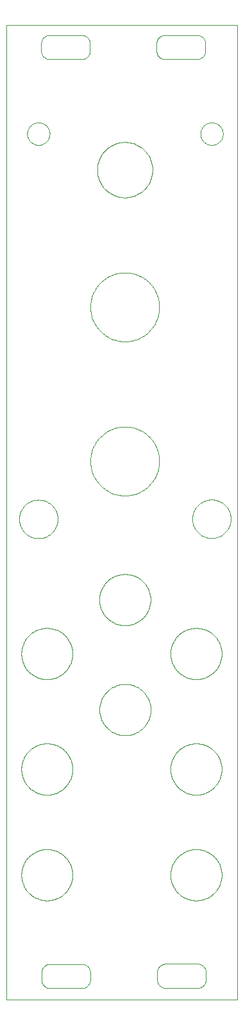
<source format=gbr>
%TF.GenerationSoftware,KiCad,Pcbnew,8.0.5*%
%TF.CreationDate,2025-05-30T00:10:04-07:00*%
%TF.ProjectId,JawariLegio_FrontPanel,4a617761-7269-44c6-9567-696f5f46726f,rev?*%
%TF.SameCoordinates,Original*%
%TF.FileFunction,Soldermask,Bot*%
%TF.FilePolarity,Negative*%
%FSLAX46Y46*%
G04 Gerber Fmt 4.6, Leading zero omitted, Abs format (unit mm)*
G04 Created by KiCad (PCBNEW 8.0.5) date 2025-05-30 00:10:04*
%MOMM*%
%LPD*%
G01*
G04 APERTURE LIST*
%ADD10C,0.088194*%
G04 APERTURE END LIST*
D10*
X45259760Y-99552595D02*
X45431212Y-99565633D01*
X45600171Y-99587103D01*
X45766426Y-99616793D01*
X45929763Y-99654491D01*
X46089971Y-99699985D01*
X46246838Y-99753063D01*
X46400151Y-99813512D01*
X46549699Y-99881122D01*
X46695269Y-99955678D01*
X46836649Y-100036970D01*
X46973627Y-100124786D01*
X47105992Y-100218912D01*
X47233530Y-100319137D01*
X47356029Y-100425249D01*
X47473279Y-100537036D01*
X47585065Y-100654285D01*
X47691177Y-100776785D01*
X47791402Y-100904323D01*
X47885528Y-101036687D01*
X47973344Y-101173666D01*
X48054635Y-101315046D01*
X48129192Y-101460616D01*
X48196801Y-101610164D01*
X48257251Y-101763477D01*
X48310328Y-101920343D01*
X48355822Y-102080551D01*
X48393520Y-102243888D01*
X48423210Y-102410143D01*
X48444680Y-102579102D01*
X48457718Y-102750553D01*
X48462111Y-102924286D01*
X48457718Y-103098019D01*
X48444680Y-103269471D01*
X48423210Y-103438431D01*
X48393520Y-103604686D01*
X48355822Y-103768023D01*
X48310328Y-103928232D01*
X48257251Y-104085099D01*
X48196801Y-104238413D01*
X48129192Y-104387961D01*
X48054635Y-104533531D01*
X47973344Y-104674912D01*
X47885528Y-104811890D01*
X47791402Y-104944255D01*
X47691177Y-105071793D01*
X47585065Y-105194293D01*
X47473279Y-105311543D01*
X47356029Y-105423329D01*
X47233530Y-105529442D01*
X47105992Y-105629667D01*
X46973627Y-105723793D01*
X46836649Y-105811609D01*
X46695269Y-105892901D01*
X46549699Y-105967458D01*
X46400151Y-106035067D01*
X46246838Y-106095517D01*
X46089971Y-106148594D01*
X45929763Y-106194089D01*
X45766426Y-106231787D01*
X45600171Y-106261477D01*
X45431212Y-106282947D01*
X45259760Y-106295984D01*
X45086027Y-106300377D01*
X44912295Y-106295984D01*
X44740843Y-106282947D01*
X44571883Y-106261477D01*
X44405629Y-106231787D01*
X44242292Y-106194089D01*
X44082084Y-106148594D01*
X43925218Y-106095517D01*
X43771904Y-106035067D01*
X43622357Y-105967458D01*
X43476787Y-105892901D01*
X43335407Y-105811609D01*
X43198428Y-105723793D01*
X43066064Y-105629667D01*
X42938526Y-105529442D01*
X42816027Y-105423329D01*
X42698777Y-105311543D01*
X42586991Y-105194293D01*
X42480879Y-105071793D01*
X42380654Y-104944255D01*
X42286528Y-104811890D01*
X42198713Y-104674912D01*
X42117421Y-104533531D01*
X42042864Y-104387961D01*
X41975255Y-104238413D01*
X41914806Y-104085099D01*
X41861728Y-103928232D01*
X41816234Y-103768023D01*
X41778536Y-103604686D01*
X41748846Y-103438431D01*
X41727376Y-103269471D01*
X41714339Y-103098019D01*
X41709946Y-102924286D01*
X41714339Y-102750553D01*
X41727376Y-102579102D01*
X41748846Y-102410143D01*
X41778536Y-102243888D01*
X41816234Y-102080551D01*
X41861728Y-101920343D01*
X41914806Y-101763477D01*
X41975255Y-101610164D01*
X42042864Y-101460616D01*
X42117421Y-101315046D01*
X42198713Y-101173666D01*
X42286528Y-101036687D01*
X42380654Y-100904323D01*
X42480879Y-100776785D01*
X42586991Y-100654285D01*
X42698777Y-100537036D01*
X42816027Y-100425249D01*
X42938526Y-100319137D01*
X43066064Y-100218912D01*
X43198428Y-100124786D01*
X43335407Y-100036970D01*
X43476787Y-99955678D01*
X43622357Y-99881122D01*
X43771904Y-99813512D01*
X43925218Y-99753063D01*
X44082084Y-99699985D01*
X44242292Y-99654491D01*
X44405629Y-99616793D01*
X44571883Y-99587103D01*
X44740843Y-99565633D01*
X44912295Y-99552595D01*
X45086027Y-99548203D01*
X45259760Y-99552595D01*
X30006244Y-21338839D02*
X30063394Y-21343185D01*
X30119714Y-21350342D01*
X30175132Y-21360238D01*
X30229578Y-21372804D01*
X30282981Y-21387969D01*
X30335270Y-21405662D01*
X30386374Y-21425811D01*
X30436224Y-21448348D01*
X30484747Y-21473200D01*
X30531874Y-21500297D01*
X30577533Y-21529569D01*
X30621655Y-21560944D01*
X30664167Y-21594353D01*
X30705000Y-21629723D01*
X30744084Y-21666986D01*
X30781346Y-21706069D01*
X30816716Y-21746902D01*
X30850125Y-21789415D01*
X30881500Y-21833536D01*
X30910772Y-21879195D01*
X30937869Y-21926322D01*
X30962721Y-21974846D01*
X30985258Y-22024695D01*
X31005408Y-22075799D01*
X31023100Y-22128088D01*
X31038265Y-22181491D01*
X31050831Y-22235937D01*
X31060728Y-22291355D01*
X31067884Y-22347674D01*
X31072230Y-22404825D01*
X31073694Y-22462736D01*
X31073694Y-23415236D01*
X31072230Y-23473147D01*
X31067884Y-23530298D01*
X31060728Y-23586618D01*
X31050831Y-23642036D01*
X31038265Y-23696481D01*
X31023100Y-23749884D01*
X31005408Y-23802173D01*
X30985258Y-23853278D01*
X30962721Y-23903127D01*
X30937869Y-23951650D01*
X30910772Y-23998777D01*
X30881500Y-24044436D01*
X30850125Y-24088558D01*
X30816716Y-24131070D01*
X30781346Y-24171903D01*
X30744084Y-24210987D01*
X30705000Y-24248249D01*
X30664167Y-24283619D01*
X30621655Y-24317028D01*
X30577533Y-24348403D01*
X30531874Y-24377675D01*
X30484747Y-24404772D01*
X30436224Y-24429624D01*
X30386374Y-24452161D01*
X30335270Y-24472310D01*
X30282981Y-24490003D01*
X30229578Y-24505168D01*
X30175132Y-24517734D01*
X30119714Y-24527630D01*
X30063394Y-24534787D01*
X30006244Y-24539133D01*
X29948333Y-24540597D01*
X25760861Y-24540597D01*
X25702950Y-24539133D01*
X25645799Y-24534787D01*
X25589480Y-24527630D01*
X25534061Y-24517734D01*
X25479616Y-24505168D01*
X25426213Y-24490003D01*
X25373924Y-24472310D01*
X25322820Y-24452161D01*
X25272970Y-24429624D01*
X25224447Y-24404772D01*
X25177320Y-24377675D01*
X25131661Y-24348403D01*
X25087540Y-24317028D01*
X25045027Y-24283619D01*
X25004194Y-24248249D01*
X24965111Y-24210987D01*
X24927848Y-24171903D01*
X24892478Y-24131070D01*
X24859069Y-24088558D01*
X24827694Y-24044436D01*
X24798422Y-23998777D01*
X24771325Y-23951650D01*
X24746473Y-23903127D01*
X24723936Y-23853278D01*
X24703787Y-23802173D01*
X24686094Y-23749884D01*
X24670929Y-23696481D01*
X24658363Y-23642036D01*
X24648467Y-23586618D01*
X24641310Y-23530298D01*
X24636964Y-23473147D01*
X24635500Y-23415236D01*
X24635500Y-22462736D01*
X24636964Y-22404825D01*
X24641310Y-22347674D01*
X24648467Y-22291355D01*
X24658363Y-22235937D01*
X24670929Y-22181491D01*
X24686094Y-22128088D01*
X24703787Y-22075799D01*
X24723936Y-22024695D01*
X24746473Y-21974846D01*
X24771325Y-21926322D01*
X24798422Y-21879195D01*
X24827694Y-21833536D01*
X24859069Y-21789415D01*
X24892478Y-21746902D01*
X24927848Y-21706069D01*
X24965111Y-21666986D01*
X25004194Y-21629723D01*
X25045027Y-21594353D01*
X25087540Y-21560944D01*
X25131661Y-21529569D01*
X25177320Y-21500297D01*
X25224447Y-21473200D01*
X25272970Y-21448348D01*
X25322820Y-21425811D01*
X25373924Y-21405662D01*
X25426213Y-21387969D01*
X25479616Y-21372804D01*
X25534061Y-21360238D01*
X25589480Y-21350342D01*
X25645799Y-21343185D01*
X25702950Y-21338839D01*
X25760861Y-21337375D01*
X29948333Y-21337375D01*
X30006244Y-21338839D01*
X25567705Y-114782019D02*
X25739157Y-114795056D01*
X25908117Y-114816526D01*
X26074371Y-114846216D01*
X26237708Y-114883914D01*
X26397916Y-114929408D01*
X26554783Y-114982485D01*
X26708096Y-115042935D01*
X26857644Y-115110544D01*
X27003214Y-115185100D01*
X27144594Y-115266392D01*
X27281573Y-115354207D01*
X27413937Y-115448333D01*
X27541475Y-115548558D01*
X27663975Y-115654670D01*
X27781224Y-115766457D01*
X27893010Y-115883706D01*
X27999122Y-116006205D01*
X28099348Y-116133743D01*
X28193474Y-116266107D01*
X28281289Y-116403086D01*
X28362581Y-116544466D01*
X28437137Y-116690036D01*
X28504746Y-116839584D01*
X28565196Y-116992897D01*
X28618274Y-117149764D01*
X28663768Y-117309972D01*
X28701466Y-117473310D01*
X28731156Y-117639564D01*
X28752625Y-117808524D01*
X28765663Y-117979976D01*
X28770056Y-118153709D01*
X28765663Y-118327443D01*
X28752625Y-118498895D01*
X28731156Y-118667854D01*
X28701466Y-118834109D01*
X28663768Y-118997446D01*
X28618274Y-119157655D01*
X28565196Y-119314522D01*
X28504746Y-119467835D01*
X28437137Y-119617383D01*
X28362581Y-119762953D01*
X28281289Y-119904333D01*
X28193474Y-120041311D01*
X28099348Y-120173675D01*
X27999122Y-120301213D01*
X27893010Y-120423713D01*
X27781224Y-120540962D01*
X27663975Y-120652749D01*
X27541475Y-120758861D01*
X27413937Y-120859086D01*
X27281573Y-120953212D01*
X27144594Y-121041027D01*
X27003214Y-121122318D01*
X26857644Y-121196875D01*
X26708096Y-121264484D01*
X26554783Y-121324933D01*
X26397916Y-121378011D01*
X26237708Y-121423505D01*
X26074371Y-121461203D01*
X25908117Y-121490893D01*
X25739157Y-121512362D01*
X25567705Y-121525400D01*
X25393972Y-121529793D01*
X25220240Y-121525400D01*
X25048787Y-121512362D01*
X24879828Y-121490893D01*
X24713574Y-121461203D01*
X24550237Y-121423505D01*
X24390028Y-121378011D01*
X24233162Y-121324933D01*
X24079848Y-121264484D01*
X23930301Y-121196875D01*
X23784731Y-121122318D01*
X23643350Y-121041027D01*
X23506372Y-120953212D01*
X23374008Y-120859086D01*
X23246470Y-120758861D01*
X23123970Y-120652749D01*
X23006721Y-120540962D01*
X22894934Y-120423713D01*
X22788822Y-120301213D01*
X22688597Y-120173675D01*
X22594471Y-120041311D01*
X22506656Y-119904333D01*
X22425364Y-119762953D01*
X22350807Y-119617383D01*
X22283198Y-119467835D01*
X22222749Y-119314522D01*
X22169671Y-119157655D01*
X22124177Y-118997446D01*
X22086479Y-118834109D01*
X22056789Y-118667854D01*
X22035319Y-118498895D01*
X22022282Y-118327443D01*
X22017889Y-118153709D01*
X22022282Y-117979976D01*
X22035319Y-117808524D01*
X22056789Y-117639564D01*
X22086479Y-117473310D01*
X22124177Y-117309972D01*
X22169671Y-117149764D01*
X22222749Y-116992897D01*
X22283198Y-116839584D01*
X22350807Y-116690036D01*
X22425364Y-116544466D01*
X22506656Y-116403086D01*
X22594471Y-116266107D01*
X22688597Y-116133743D01*
X22788822Y-116006205D01*
X22894934Y-115883706D01*
X23006721Y-115766457D01*
X23123970Y-115654670D01*
X23246470Y-115548558D01*
X23374008Y-115448333D01*
X23506372Y-115354207D01*
X23643350Y-115266392D01*
X23784731Y-115185100D01*
X23930301Y-115110544D01*
X24079848Y-115042935D01*
X24233162Y-114982485D01*
X24390028Y-114929408D01*
X24550237Y-114883914D01*
X24713574Y-114846216D01*
X24879828Y-114816526D01*
X25048787Y-114795056D01*
X25220240Y-114782019D01*
X25393972Y-114777626D01*
X25567705Y-114782019D01*
X45313271Y-143823280D02*
X45370421Y-143827626D01*
X45426741Y-143834782D01*
X45482159Y-143844679D01*
X45536605Y-143857245D01*
X45590007Y-143872410D01*
X45642296Y-143890103D01*
X45693401Y-143910252D01*
X45743250Y-143932789D01*
X45791774Y-143957641D01*
X45838900Y-143984739D01*
X45884560Y-144014010D01*
X45928681Y-144045386D01*
X45971194Y-144078794D01*
X46012027Y-144114165D01*
X46051111Y-144151427D01*
X46088373Y-144190510D01*
X46123744Y-144231344D01*
X46157152Y-144273856D01*
X46188527Y-144317978D01*
X46217799Y-144363637D01*
X46244897Y-144410764D01*
X46269749Y-144459287D01*
X46292285Y-144509136D01*
X46312435Y-144560240D01*
X46330128Y-144612529D01*
X46345293Y-144665931D01*
X46357859Y-144720377D01*
X46367755Y-144775794D01*
X46374912Y-144832114D01*
X46379258Y-144889264D01*
X46380722Y-144947174D01*
X46380722Y-145899666D01*
X46379258Y-145957577D01*
X46374912Y-146014728D01*
X46367755Y-146071048D01*
X46357859Y-146126466D01*
X46345293Y-146180912D01*
X46330128Y-146234315D01*
X46312435Y-146286604D01*
X46292285Y-146337708D01*
X46269749Y-146387558D01*
X46244897Y-146436081D01*
X46217799Y-146483208D01*
X46188527Y-146528868D01*
X46157152Y-146572990D01*
X46123744Y-146615503D01*
X46088373Y-146656336D01*
X46051111Y-146695419D01*
X46012027Y-146732682D01*
X45971194Y-146768053D01*
X45928681Y-146801461D01*
X45884560Y-146832837D01*
X45838900Y-146862109D01*
X45791774Y-146889206D01*
X45743250Y-146914058D01*
X45693401Y-146936595D01*
X45642296Y-146956745D01*
X45590007Y-146974438D01*
X45536605Y-146989602D01*
X45482159Y-147002169D01*
X45426741Y-147012065D01*
X45370421Y-147019222D01*
X45313271Y-147023568D01*
X45255360Y-147025032D01*
X41067888Y-147025032D01*
X41009977Y-147023568D01*
X40952827Y-147019222D01*
X40896507Y-147012065D01*
X40841089Y-147002169D01*
X40786643Y-146989602D01*
X40733241Y-146974438D01*
X40680952Y-146956745D01*
X40629847Y-146936595D01*
X40579998Y-146914058D01*
X40531475Y-146889206D01*
X40484348Y-146862109D01*
X40438689Y-146832837D01*
X40394567Y-146801461D01*
X40352055Y-146768053D01*
X40311221Y-146732682D01*
X40272138Y-146695419D01*
X40234876Y-146656336D01*
X40199506Y-146615503D01*
X40166097Y-146572990D01*
X40134722Y-146528868D01*
X40105450Y-146483208D01*
X40078353Y-146436081D01*
X40053501Y-146387558D01*
X40030964Y-146337708D01*
X40010814Y-146286604D01*
X39993122Y-146234315D01*
X39977957Y-146180912D01*
X39965391Y-146126466D01*
X39955494Y-146071048D01*
X39948338Y-146014728D01*
X39943992Y-145957577D01*
X39942528Y-145899666D01*
X39942528Y-144947174D01*
X39943992Y-144889264D01*
X39948338Y-144832114D01*
X39955494Y-144775794D01*
X39965391Y-144720377D01*
X39977957Y-144665931D01*
X39993122Y-144612529D01*
X40010814Y-144560240D01*
X40030964Y-144509136D01*
X40053501Y-144459287D01*
X40078353Y-144410764D01*
X40105450Y-144363637D01*
X40134722Y-144317978D01*
X40166097Y-144273856D01*
X40199506Y-144231344D01*
X40234876Y-144190510D01*
X40272138Y-144151427D01*
X40311221Y-144114165D01*
X40352055Y-144078794D01*
X40394567Y-144045386D01*
X40438689Y-144014010D01*
X40484348Y-143984739D01*
X40531475Y-143957641D01*
X40579998Y-143932789D01*
X40629847Y-143910252D01*
X40680952Y-143890103D01*
X40733241Y-143872410D01*
X40786643Y-143857245D01*
X40841089Y-143844679D01*
X40896507Y-143834782D01*
X40952827Y-143827626D01*
X41009977Y-143823280D01*
X41067888Y-143821815D01*
X45255360Y-143821815D01*
X45313271Y-143823280D01*
X47259320Y-82611124D02*
X47388312Y-82620932D01*
X47515429Y-82637085D01*
X47640511Y-82659422D01*
X47763397Y-82687784D01*
X47883930Y-82722012D01*
X48001949Y-82761945D01*
X48117294Y-82807424D01*
X48229807Y-82858289D01*
X48339326Y-82914382D01*
X48445694Y-82975542D01*
X48548750Y-83041609D01*
X48648334Y-83112425D01*
X48744287Y-83187830D01*
X48836450Y-83267663D01*
X48924663Y-83351766D01*
X49008765Y-83439978D01*
X49088599Y-83532141D01*
X49164003Y-83628094D01*
X49234819Y-83727678D01*
X49300887Y-83830734D01*
X49362047Y-83937102D01*
X49418140Y-84046622D01*
X49469006Y-84159134D01*
X49514485Y-84274480D01*
X49554418Y-84392499D01*
X49588646Y-84513032D01*
X49617008Y-84635919D01*
X49639345Y-84761001D01*
X49655498Y-84888118D01*
X49665306Y-85017111D01*
X49668612Y-85147820D01*
X49665306Y-85278527D01*
X49655498Y-85407519D01*
X49639345Y-85534636D01*
X49617008Y-85659717D01*
X49588646Y-85782604D01*
X49554418Y-85903137D01*
X49514485Y-86021155D01*
X49469006Y-86136500D01*
X49418140Y-86249013D01*
X49362047Y-86358532D01*
X49300887Y-86464899D01*
X49234819Y-86567955D01*
X49164003Y-86667539D01*
X49088599Y-86763492D01*
X49008765Y-86855654D01*
X48924663Y-86943867D01*
X48836450Y-87027969D01*
X48744287Y-87107802D01*
X48648334Y-87183207D01*
X48548750Y-87254022D01*
X48445694Y-87320090D01*
X48339326Y-87381250D01*
X48229807Y-87437342D01*
X48117294Y-87488208D01*
X48001949Y-87533687D01*
X47883930Y-87573620D01*
X47763397Y-87607847D01*
X47640511Y-87636209D01*
X47515429Y-87658546D01*
X47388312Y-87674699D01*
X47259320Y-87684508D01*
X47128613Y-87687813D01*
X46997904Y-87684508D01*
X46868912Y-87674699D01*
X46741796Y-87658546D01*
X46616714Y-87636209D01*
X46493827Y-87607847D01*
X46373294Y-87573620D01*
X46255275Y-87533687D01*
X46139930Y-87488208D01*
X46027418Y-87437342D01*
X45917898Y-87381250D01*
X45811530Y-87320090D01*
X45708475Y-87254022D01*
X45608890Y-87183207D01*
X45512937Y-87107802D01*
X45420774Y-87027969D01*
X45332562Y-86943867D01*
X45248459Y-86855654D01*
X45168626Y-86763492D01*
X45093221Y-86667539D01*
X45022405Y-86567955D01*
X44956338Y-86464899D01*
X44895178Y-86358532D01*
X44839085Y-86249013D01*
X44788219Y-86136500D01*
X44742740Y-86021155D01*
X44702807Y-85903137D01*
X44668579Y-85782604D01*
X44640217Y-85659717D01*
X44617880Y-85534636D01*
X44601727Y-85407519D01*
X44591919Y-85278527D01*
X44588614Y-85147820D01*
X44591919Y-85017111D01*
X44601727Y-84888118D01*
X44617880Y-84761001D01*
X44640217Y-84635919D01*
X44668579Y-84513032D01*
X44702807Y-84392499D01*
X44742740Y-84274480D01*
X44788219Y-84159134D01*
X44839085Y-84046622D01*
X44895178Y-83937102D01*
X44956338Y-83830734D01*
X45022405Y-83727678D01*
X45093221Y-83628094D01*
X45168626Y-83532141D01*
X45248459Y-83439978D01*
X45332562Y-83351766D01*
X45420774Y-83267663D01*
X45512937Y-83187830D01*
X45608890Y-83112425D01*
X45708475Y-83041609D01*
X45811530Y-82975542D01*
X45917898Y-82914382D01*
X46027418Y-82858289D01*
X46139930Y-82807424D01*
X46255275Y-82761945D01*
X46373294Y-82722012D01*
X46493827Y-82687784D01*
X46616714Y-82659422D01*
X46741796Y-82637085D01*
X46868912Y-82620932D01*
X46997904Y-82611124D01*
X47128613Y-82607819D01*
X47259320Y-82611124D01*
X35865337Y-35467349D02*
X36050763Y-35481449D01*
X36233494Y-35504668D01*
X36413299Y-35536778D01*
X36589949Y-35577549D01*
X36763214Y-35626751D01*
X36932867Y-35684155D01*
X37098676Y-35749531D01*
X37260412Y-35822650D01*
X37417847Y-35903284D01*
X37570750Y-35991201D01*
X37718893Y-36086174D01*
X37862046Y-36187971D01*
X37999979Y-36296365D01*
X38132463Y-36411126D01*
X38259268Y-36532024D01*
X38380166Y-36658829D01*
X38494927Y-36791313D01*
X38603321Y-36929246D01*
X38705119Y-37072399D01*
X38800091Y-37220541D01*
X38888009Y-37373445D01*
X38968642Y-37530879D01*
X39041762Y-37692616D01*
X39107138Y-37858425D01*
X39164542Y-38028077D01*
X39213744Y-38201343D01*
X39254515Y-38377993D01*
X39286625Y-38557798D01*
X39309844Y-38740528D01*
X39323944Y-38925955D01*
X39328695Y-39113848D01*
X39323944Y-39301741D01*
X39309844Y-39487167D01*
X39286625Y-39669897D01*
X39254515Y-39849702D01*
X39213744Y-40026352D01*
X39164542Y-40199617D01*
X39107138Y-40369270D01*
X39041762Y-40535079D01*
X38968642Y-40696815D01*
X38888009Y-40854250D01*
X38800091Y-41007153D01*
X38705119Y-41155296D01*
X38603321Y-41298448D01*
X38494927Y-41436381D01*
X38380166Y-41568865D01*
X38259268Y-41695671D01*
X38132463Y-41816568D01*
X37999979Y-41931329D01*
X37862046Y-42039723D01*
X37718893Y-42141521D01*
X37570750Y-42236493D01*
X37417847Y-42324411D01*
X37260412Y-42405044D01*
X37098676Y-42478163D01*
X36932867Y-42543540D01*
X36763214Y-42600944D01*
X36589949Y-42650146D01*
X36413299Y-42690916D01*
X36233494Y-42723026D01*
X36050763Y-42746246D01*
X35865337Y-42760346D01*
X35677444Y-42765097D01*
X35489551Y-42760346D01*
X35304125Y-42746246D01*
X35121395Y-42723026D01*
X34941590Y-42690916D01*
X34764940Y-42650146D01*
X34591674Y-42600944D01*
X34422022Y-42543540D01*
X34256212Y-42478163D01*
X34094476Y-42405044D01*
X33937041Y-42324411D01*
X33784138Y-42236493D01*
X33635995Y-42141521D01*
X33492842Y-42039723D01*
X33354910Y-41931329D01*
X33222426Y-41816568D01*
X33095620Y-41695671D01*
X32974722Y-41568865D01*
X32859962Y-41436381D01*
X32751568Y-41298448D01*
X32649770Y-41155296D01*
X32554797Y-41007153D01*
X32466880Y-40854250D01*
X32386246Y-40696815D01*
X32313127Y-40535079D01*
X32247750Y-40369270D01*
X32190347Y-40199617D01*
X32141145Y-40026352D01*
X32100374Y-39849702D01*
X32068264Y-39669897D01*
X32045045Y-39487167D01*
X32030945Y-39301741D01*
X32026194Y-39113848D01*
X32030945Y-38925955D01*
X32045045Y-38740528D01*
X32068264Y-38557798D01*
X32100374Y-38377993D01*
X32141145Y-38201343D01*
X32190347Y-38028077D01*
X32247750Y-37858425D01*
X32313127Y-37692616D01*
X32386246Y-37530879D01*
X32466880Y-37373445D01*
X32554797Y-37220541D01*
X32649770Y-37072399D01*
X32751568Y-36929246D01*
X32859962Y-36791313D01*
X32974722Y-36658829D01*
X33095620Y-36532024D01*
X33222426Y-36411126D01*
X33354910Y-36296365D01*
X33492842Y-36187971D01*
X33635995Y-36086174D01*
X33784138Y-35991201D01*
X33937041Y-35903284D01*
X34094476Y-35822650D01*
X34256212Y-35749531D01*
X34422022Y-35684155D01*
X34591674Y-35626751D01*
X34764940Y-35577549D01*
X34941590Y-35536778D01*
X35121395Y-35504668D01*
X35304125Y-35481449D01*
X35489551Y-35467349D01*
X35677444Y-35462598D01*
X35865337Y-35467349D01*
X35911267Y-52666427D02*
X36142019Y-52683974D01*
X36369417Y-52712869D01*
X36593174Y-52752828D01*
X36813005Y-52803565D01*
X37028625Y-52864794D01*
X37239747Y-52936230D01*
X37446088Y-53017587D01*
X37647360Y-53108580D01*
X37843278Y-53208924D01*
X38033558Y-53318332D01*
X38217913Y-53436520D01*
X38396059Y-53563202D01*
X38567709Y-53698092D01*
X38732578Y-53840905D01*
X38890380Y-53991356D01*
X39040831Y-54149158D01*
X39183644Y-54314027D01*
X39318534Y-54485677D01*
X39445216Y-54663822D01*
X39563404Y-54848178D01*
X39672812Y-55038458D01*
X39773156Y-55234376D01*
X39864149Y-55435648D01*
X39945507Y-55641989D01*
X40016943Y-55853111D01*
X40078172Y-56068731D01*
X40128908Y-56288562D01*
X40168867Y-56512319D01*
X40197763Y-56739717D01*
X40215310Y-56970470D01*
X40221222Y-57204292D01*
X40215310Y-57438114D01*
X40197763Y-57668867D01*
X40168867Y-57896264D01*
X40128908Y-58120021D01*
X40078172Y-58339852D01*
X40016943Y-58555472D01*
X39945507Y-58766594D01*
X39864149Y-58972935D01*
X39773156Y-59174207D01*
X39672812Y-59370125D01*
X39563404Y-59560405D01*
X39445216Y-59744760D01*
X39318534Y-59922906D01*
X39183644Y-60094556D01*
X39040831Y-60259425D01*
X38890380Y-60417227D01*
X38732578Y-60567678D01*
X38567709Y-60710491D01*
X38396059Y-60845381D01*
X38217913Y-60972063D01*
X38033558Y-61090251D01*
X37843278Y-61199660D01*
X37647360Y-61300004D01*
X37446088Y-61390997D01*
X37239747Y-61472354D01*
X37028625Y-61543790D01*
X36813005Y-61605019D01*
X36593174Y-61655756D01*
X36369417Y-61695715D01*
X36142019Y-61724611D01*
X35911267Y-61742157D01*
X35677444Y-61748070D01*
X35443622Y-61742157D01*
X35212870Y-61724611D01*
X34985472Y-61695715D01*
X34761715Y-61655756D01*
X34541883Y-61605019D01*
X34326264Y-61543790D01*
X34115141Y-61472354D01*
X33908801Y-61390997D01*
X33707529Y-61300004D01*
X33511610Y-61199660D01*
X33321330Y-61090251D01*
X33136975Y-60972063D01*
X32958829Y-60845381D01*
X32787179Y-60710491D01*
X32622310Y-60567678D01*
X32464508Y-60417227D01*
X32314057Y-60259425D01*
X32171244Y-60094556D01*
X32036354Y-59922906D01*
X31909672Y-59744760D01*
X31791484Y-59560405D01*
X31682076Y-59370125D01*
X31581732Y-59174207D01*
X31490739Y-58972935D01*
X31409381Y-58766594D01*
X31337945Y-58555472D01*
X31276716Y-58339852D01*
X31225979Y-58120021D01*
X31186021Y-57896264D01*
X31157125Y-57668867D01*
X31139578Y-57438114D01*
X31133666Y-57204292D01*
X31139578Y-56970470D01*
X31157125Y-56739717D01*
X31186021Y-56512319D01*
X31225979Y-56288562D01*
X31276716Y-56068731D01*
X31337945Y-55853111D01*
X31409381Y-55641989D01*
X31490739Y-55435648D01*
X31581732Y-55234376D01*
X31682076Y-55038458D01*
X31791484Y-54848178D01*
X31909672Y-54663822D01*
X32036354Y-54485677D01*
X32171244Y-54314027D01*
X32314057Y-54149158D01*
X32464508Y-53991356D01*
X32622310Y-53840905D01*
X32787179Y-53698092D01*
X32958829Y-53563202D01*
X33136975Y-53436520D01*
X33321330Y-53318332D01*
X33511610Y-53208924D01*
X33707529Y-53108580D01*
X33908801Y-53017587D01*
X34115141Y-52936230D01*
X34326264Y-52864794D01*
X34541883Y-52803565D01*
X34761715Y-52752828D01*
X34985472Y-52712869D01*
X35212870Y-52683974D01*
X35443622Y-52666427D01*
X35677444Y-52660515D01*
X35911267Y-52666427D01*
X25567705Y-99552595D02*
X25739157Y-99565633D01*
X25908117Y-99587103D01*
X26074371Y-99616793D01*
X26237708Y-99654491D01*
X26397916Y-99699985D01*
X26554783Y-99753063D01*
X26708096Y-99813512D01*
X26857644Y-99881122D01*
X27003214Y-99955678D01*
X27144594Y-100036970D01*
X27281573Y-100124786D01*
X27413937Y-100218912D01*
X27541475Y-100319137D01*
X27663975Y-100425249D01*
X27781224Y-100537036D01*
X27893010Y-100654285D01*
X27999122Y-100776785D01*
X28099348Y-100904323D01*
X28193474Y-101036687D01*
X28281289Y-101173666D01*
X28362581Y-101315046D01*
X28437137Y-101460616D01*
X28504746Y-101610164D01*
X28565196Y-101763477D01*
X28618274Y-101920343D01*
X28663768Y-102080551D01*
X28701466Y-102243888D01*
X28731156Y-102410143D01*
X28752625Y-102579102D01*
X28765663Y-102750553D01*
X28770056Y-102924286D01*
X28765663Y-103098019D01*
X28752625Y-103269471D01*
X28731156Y-103438431D01*
X28701466Y-103604686D01*
X28663768Y-103768023D01*
X28618274Y-103928232D01*
X28565196Y-104085099D01*
X28504746Y-104238413D01*
X28437137Y-104387961D01*
X28362581Y-104533531D01*
X28281289Y-104674912D01*
X28193474Y-104811890D01*
X28099348Y-104944255D01*
X27999122Y-105071793D01*
X27893010Y-105194293D01*
X27781224Y-105311543D01*
X27663975Y-105423329D01*
X27541475Y-105529442D01*
X27413937Y-105629667D01*
X27281573Y-105723793D01*
X27144594Y-105811609D01*
X27003214Y-105892901D01*
X26857644Y-105967458D01*
X26708096Y-106035067D01*
X26554783Y-106095517D01*
X26397916Y-106148594D01*
X26237708Y-106194089D01*
X26074371Y-106231787D01*
X25908117Y-106261477D01*
X25739157Y-106282947D01*
X25567705Y-106295984D01*
X25393972Y-106300377D01*
X25220240Y-106295984D01*
X25048787Y-106282947D01*
X24879828Y-106261477D01*
X24713574Y-106231787D01*
X24550237Y-106194089D01*
X24390028Y-106148594D01*
X24233162Y-106095517D01*
X24079848Y-106035067D01*
X23930301Y-105967458D01*
X23784731Y-105892901D01*
X23643350Y-105811609D01*
X23506372Y-105723793D01*
X23374008Y-105629667D01*
X23246470Y-105529442D01*
X23123970Y-105423329D01*
X23006721Y-105311543D01*
X22894934Y-105194293D01*
X22788822Y-105071793D01*
X22688597Y-104944255D01*
X22594471Y-104811890D01*
X22506656Y-104674912D01*
X22425364Y-104533531D01*
X22350807Y-104387961D01*
X22283198Y-104238413D01*
X22222749Y-104085099D01*
X22169671Y-103928232D01*
X22124177Y-103768023D01*
X22086479Y-103604686D01*
X22056789Y-103438431D01*
X22035319Y-103269471D01*
X22022282Y-103098019D01*
X22017889Y-102924286D01*
X22022282Y-102750553D01*
X22035319Y-102579102D01*
X22056789Y-102410143D01*
X22086479Y-102243888D01*
X22124177Y-102080551D01*
X22169671Y-101920343D01*
X22222749Y-101763477D01*
X22283198Y-101610164D01*
X22350807Y-101460616D01*
X22425364Y-101315046D01*
X22506656Y-101173666D01*
X22594471Y-101036687D01*
X22688597Y-100904323D01*
X22788822Y-100776785D01*
X22894934Y-100654285D01*
X23006721Y-100537036D01*
X23123970Y-100425249D01*
X23246470Y-100319137D01*
X23374008Y-100218912D01*
X23506372Y-100124786D01*
X23643350Y-100036970D01*
X23784731Y-99955678D01*
X23930301Y-99881122D01*
X24079848Y-99813512D01*
X24233162Y-99753063D01*
X24390028Y-99699985D01*
X24550237Y-99654491D01*
X24713574Y-99616793D01*
X24879828Y-99587103D01*
X25048787Y-99565633D01*
X25220240Y-99552595D01*
X25393972Y-99548203D01*
X25567705Y-99552595D01*
X24348567Y-32871613D02*
X24423991Y-32877348D01*
X24498319Y-32886793D01*
X24571457Y-32899854D01*
X24643312Y-32916438D01*
X24713790Y-32936452D01*
X24782798Y-32959802D01*
X24850243Y-32986394D01*
X24916032Y-33016137D01*
X24980071Y-33048935D01*
X25042266Y-33084697D01*
X25102525Y-33123328D01*
X25160754Y-33164736D01*
X25216860Y-33208826D01*
X25270750Y-33255507D01*
X25322330Y-33304684D01*
X25371507Y-33356263D01*
X25418187Y-33410153D01*
X25462278Y-33466259D01*
X25503685Y-33524488D01*
X25542317Y-33584747D01*
X25578078Y-33646943D01*
X25610877Y-33710981D01*
X25640619Y-33776770D01*
X25667212Y-33844215D01*
X25690562Y-33913223D01*
X25710575Y-33983701D01*
X25727159Y-34055556D01*
X25740220Y-34128694D01*
X25749665Y-34203022D01*
X25755401Y-34278447D01*
X25757333Y-34354875D01*
X25755401Y-34431303D01*
X25749665Y-34506727D01*
X25740220Y-34581055D01*
X25727159Y-34654193D01*
X25710575Y-34726048D01*
X25690562Y-34796526D01*
X25667212Y-34865534D01*
X25640619Y-34932979D01*
X25610877Y-34998768D01*
X25578078Y-35062807D01*
X25542317Y-35125002D01*
X25503685Y-35185261D01*
X25462278Y-35243490D01*
X25418187Y-35299596D01*
X25371507Y-35353486D01*
X25322330Y-35405066D01*
X25270750Y-35454242D01*
X25216860Y-35500923D01*
X25160754Y-35545013D01*
X25102525Y-35586421D01*
X25042266Y-35625052D01*
X24980071Y-35660814D01*
X24916032Y-35693613D01*
X24850243Y-35723355D01*
X24782798Y-35749948D01*
X24713790Y-35773297D01*
X24643312Y-35793311D01*
X24571457Y-35809895D01*
X24498319Y-35822956D01*
X24423991Y-35832401D01*
X24348567Y-35838136D01*
X24272139Y-35840069D01*
X24195711Y-35838136D01*
X24120286Y-35832401D01*
X24045958Y-35822956D01*
X23972820Y-35809895D01*
X23900965Y-35793311D01*
X23830487Y-35773297D01*
X23761479Y-35749948D01*
X23694034Y-35723355D01*
X23628246Y-35693613D01*
X23564207Y-35660814D01*
X23502011Y-35625052D01*
X23441752Y-35586421D01*
X23383523Y-35545013D01*
X23327417Y-35500923D01*
X23273528Y-35454242D01*
X23221948Y-35405066D01*
X23172771Y-35353486D01*
X23126091Y-35299596D01*
X23082000Y-35243490D01*
X23040592Y-35185261D01*
X23001961Y-35125002D01*
X22966199Y-35062807D01*
X22933401Y-34998768D01*
X22903658Y-34932979D01*
X22877066Y-34865534D01*
X22853716Y-34796526D01*
X22833702Y-34726048D01*
X22817118Y-34654193D01*
X22804057Y-34581055D01*
X22794612Y-34506727D01*
X22788877Y-34431303D01*
X22786944Y-34354875D01*
X22788877Y-34278447D01*
X22794612Y-34203022D01*
X22804057Y-34128694D01*
X22817118Y-34055556D01*
X22833702Y-33983701D01*
X22853716Y-33913223D01*
X22877066Y-33844215D01*
X22903658Y-33776770D01*
X22933401Y-33710981D01*
X22966199Y-33646943D01*
X23001961Y-33584747D01*
X23040592Y-33524488D01*
X23082000Y-33466259D01*
X23126091Y-33410153D01*
X23172771Y-33356263D01*
X23221948Y-33304684D01*
X23273528Y-33255507D01*
X23327417Y-33208826D01*
X23383523Y-33164736D01*
X23441752Y-33123328D01*
X23502011Y-33084697D01*
X23564207Y-33048935D01*
X23628246Y-33016137D01*
X23694034Y-32986394D01*
X23761479Y-32959802D01*
X23830487Y-32936452D01*
X23900965Y-32916438D01*
X23972820Y-32899854D01*
X24045958Y-32886793D01*
X24120286Y-32877348D01*
X24195711Y-32871613D01*
X24272139Y-32869680D01*
X24348567Y-32871613D01*
X45232134Y-21338839D02*
X45289284Y-21343185D01*
X45345604Y-21350342D01*
X45401022Y-21360238D01*
X45455468Y-21372804D01*
X45508871Y-21387969D01*
X45561160Y-21405662D01*
X45612264Y-21425811D01*
X45662113Y-21448348D01*
X45710637Y-21473200D01*
X45757764Y-21500297D01*
X45803423Y-21529569D01*
X45847545Y-21560944D01*
X45890057Y-21594353D01*
X45930891Y-21629723D01*
X45969974Y-21666986D01*
X46007236Y-21706069D01*
X46042607Y-21746902D01*
X46076015Y-21789415D01*
X46107391Y-21833536D01*
X46136663Y-21879195D01*
X46163760Y-21926322D01*
X46188612Y-21974846D01*
X46211149Y-22024695D01*
X46231298Y-22075799D01*
X46248991Y-22128088D01*
X46264156Y-22181491D01*
X46276722Y-22235937D01*
X46286619Y-22291355D01*
X46293775Y-22347674D01*
X46298121Y-22404825D01*
X46299585Y-22462736D01*
X46299585Y-23415236D01*
X46298121Y-23473147D01*
X46293775Y-23530298D01*
X46286619Y-23586618D01*
X46276722Y-23642036D01*
X46264156Y-23696481D01*
X46248991Y-23749884D01*
X46231298Y-23802173D01*
X46211149Y-23853278D01*
X46188612Y-23903127D01*
X46163760Y-23951650D01*
X46136663Y-23998777D01*
X46107391Y-24044436D01*
X46076015Y-24088558D01*
X46042607Y-24131070D01*
X46007236Y-24171903D01*
X45969974Y-24210987D01*
X45930891Y-24248249D01*
X45890057Y-24283619D01*
X45847545Y-24317028D01*
X45803423Y-24348403D01*
X45757764Y-24377675D01*
X45710637Y-24404772D01*
X45662113Y-24429624D01*
X45612264Y-24452161D01*
X45561160Y-24472310D01*
X45508871Y-24490003D01*
X45455468Y-24505168D01*
X45401022Y-24517734D01*
X45345604Y-24527630D01*
X45289284Y-24534787D01*
X45232134Y-24539133D01*
X45174223Y-24540597D01*
X40986750Y-24540597D01*
X40928839Y-24539133D01*
X40871688Y-24534787D01*
X40815368Y-24527630D01*
X40759950Y-24517734D01*
X40705505Y-24505168D01*
X40652102Y-24490003D01*
X40599813Y-24472310D01*
X40548709Y-24452161D01*
X40498859Y-24429624D01*
X40450336Y-24404772D01*
X40403209Y-24377675D01*
X40357550Y-24348403D01*
X40313429Y-24317028D01*
X40270916Y-24283619D01*
X40230083Y-24248249D01*
X40191000Y-24210987D01*
X40153738Y-24171903D01*
X40118367Y-24131070D01*
X40084959Y-24088558D01*
X40053583Y-24044436D01*
X40024311Y-23998777D01*
X39997214Y-23951650D01*
X39972362Y-23903127D01*
X39949826Y-23853278D01*
X39929676Y-23802173D01*
X39911983Y-23749884D01*
X39896819Y-23696481D01*
X39884253Y-23642036D01*
X39874356Y-23586618D01*
X39867199Y-23530298D01*
X39862853Y-23473147D01*
X39861389Y-23415236D01*
X39861389Y-22462736D01*
X39862853Y-22404825D01*
X39867199Y-22347674D01*
X39874356Y-22291355D01*
X39884253Y-22235937D01*
X39896819Y-22181491D01*
X39911983Y-22128088D01*
X39929676Y-22075799D01*
X39949826Y-22024695D01*
X39972362Y-21974846D01*
X39997214Y-21926322D01*
X40024311Y-21879195D01*
X40053583Y-21833536D01*
X40084959Y-21789415D01*
X40118367Y-21746902D01*
X40153738Y-21706069D01*
X40191000Y-21666986D01*
X40230083Y-21629723D01*
X40270916Y-21594353D01*
X40313429Y-21560944D01*
X40357550Y-21529569D01*
X40403209Y-21500297D01*
X40450336Y-21473200D01*
X40498859Y-21448348D01*
X40548709Y-21425811D01*
X40599813Y-21405662D01*
X40652102Y-21387969D01*
X40705505Y-21372804D01*
X40759950Y-21360238D01*
X40815368Y-21350342D01*
X40871688Y-21343185D01*
X40928839Y-21338839D01*
X40986750Y-21337375D01*
X45174223Y-21337375D01*
X45232134Y-21338839D01*
X35886456Y-106939764D02*
X36057908Y-106952802D01*
X36226867Y-106974271D01*
X36393121Y-107003961D01*
X36556459Y-107041659D01*
X36716667Y-107087153D01*
X36873533Y-107140231D01*
X37026847Y-107200680D01*
X37176394Y-107268289D01*
X37321965Y-107342846D01*
X37463345Y-107424137D01*
X37600323Y-107511952D01*
X37732687Y-107606079D01*
X37860225Y-107706304D01*
X37982725Y-107812415D01*
X38099974Y-107924202D01*
X38211761Y-108041451D01*
X38317873Y-108163951D01*
X38418098Y-108291489D01*
X38512224Y-108423853D01*
X38600039Y-108560831D01*
X38681331Y-108702211D01*
X38755888Y-108847781D01*
X38823497Y-108997329D01*
X38883946Y-109150643D01*
X38937024Y-109307510D01*
X38982518Y-109467718D01*
X39020216Y-109631055D01*
X39049906Y-109797310D01*
X39071376Y-109966269D01*
X39084413Y-110137722D01*
X39088806Y-110311455D01*
X39084413Y-110485188D01*
X39071376Y-110656640D01*
X39049906Y-110825600D01*
X39020216Y-110991854D01*
X38982518Y-111155192D01*
X38937024Y-111315400D01*
X38883946Y-111472267D01*
X38823497Y-111625580D01*
X38755888Y-111775128D01*
X38681331Y-111920698D01*
X38600039Y-112062078D01*
X38512224Y-112199057D01*
X38418098Y-112331421D01*
X38317873Y-112458959D01*
X38211761Y-112581458D01*
X38099974Y-112698708D01*
X37982725Y-112810494D01*
X37860225Y-112916606D01*
X37732687Y-113016831D01*
X37600323Y-113110957D01*
X37463345Y-113198772D01*
X37321965Y-113280064D01*
X37176394Y-113354620D01*
X37026847Y-113422229D01*
X36873533Y-113482679D01*
X36716667Y-113535756D01*
X36556459Y-113581250D01*
X36393121Y-113618948D01*
X36226867Y-113648638D01*
X36057908Y-113670108D01*
X35886456Y-113683145D01*
X35712723Y-113687538D01*
X35538990Y-113683145D01*
X35367538Y-113670108D01*
X35198578Y-113648638D01*
X35032324Y-113618948D01*
X34868987Y-113581250D01*
X34708779Y-113535756D01*
X34551912Y-113482679D01*
X34398598Y-113422229D01*
X34249051Y-113354620D01*
X34103481Y-113280064D01*
X33962100Y-113198772D01*
X33825122Y-113110957D01*
X33692758Y-113016831D01*
X33565220Y-112916606D01*
X33442720Y-112810494D01*
X33325471Y-112698708D01*
X33213684Y-112581458D01*
X33107572Y-112458959D01*
X33007347Y-112331421D01*
X32913221Y-112199057D01*
X32825406Y-112062078D01*
X32744114Y-111920698D01*
X32669558Y-111775128D01*
X32601949Y-111625580D01*
X32541499Y-111472267D01*
X32488421Y-111315400D01*
X32442927Y-111155192D01*
X32405229Y-110991854D01*
X32375539Y-110825600D01*
X32354070Y-110656640D01*
X32341032Y-110485188D01*
X32336639Y-110311455D01*
X32341032Y-110137722D01*
X32354070Y-109966269D01*
X32375539Y-109797310D01*
X32405229Y-109631055D01*
X32442927Y-109467718D01*
X32488421Y-109307510D01*
X32541499Y-109150643D01*
X32601949Y-108997329D01*
X32669558Y-108847781D01*
X32744114Y-108702211D01*
X32825406Y-108560831D01*
X32913221Y-108423853D01*
X33007347Y-108291489D01*
X33107572Y-108163951D01*
X33213684Y-108041451D01*
X33325471Y-107924202D01*
X33442720Y-107812415D01*
X33565220Y-107706304D01*
X33692758Y-107606079D01*
X33825122Y-107511952D01*
X33962100Y-107424137D01*
X34103481Y-107342846D01*
X34249051Y-107268289D01*
X34398598Y-107200680D01*
X34551912Y-107140231D01*
X34708779Y-107087153D01*
X34868987Y-107041659D01*
X35032324Y-107003961D01*
X35198578Y-106974271D01*
X35367538Y-106952802D01*
X35538990Y-106939764D01*
X35712723Y-106935371D01*
X35886456Y-106939764D01*
X24395791Y-82628767D02*
X24524784Y-82638575D01*
X24651900Y-82654728D01*
X24776982Y-82677065D01*
X24899869Y-82705427D01*
X25020402Y-82739655D01*
X25138421Y-82779588D01*
X25253766Y-82825067D01*
X25366279Y-82875933D01*
X25475798Y-82932026D01*
X25582166Y-82993186D01*
X25685222Y-83059253D01*
X25784806Y-83130069D01*
X25880759Y-83205473D01*
X25972922Y-83285307D01*
X26061135Y-83369410D01*
X26145238Y-83457622D01*
X26225071Y-83549785D01*
X26300476Y-83645738D01*
X26371292Y-83745322D01*
X26437359Y-83848378D01*
X26498519Y-83954745D01*
X26554612Y-84064265D01*
X26605478Y-84176777D01*
X26650957Y-84292123D01*
X26690890Y-84410141D01*
X26725118Y-84530674D01*
X26753480Y-84653561D01*
X26775817Y-84778642D01*
X26791970Y-84905759D01*
X26801779Y-85034751D01*
X26805084Y-85165459D01*
X26801779Y-85296167D01*
X26791970Y-85425160D01*
X26775817Y-85552277D01*
X26753480Y-85677359D01*
X26725118Y-85800246D01*
X26690890Y-85920779D01*
X26650957Y-86038798D01*
X26605478Y-86154144D01*
X26554612Y-86266656D01*
X26498519Y-86376176D01*
X26437359Y-86482544D01*
X26371292Y-86585600D01*
X26300476Y-86685184D01*
X26225071Y-86781137D01*
X26145238Y-86873300D01*
X26061135Y-86961513D01*
X25972922Y-87045615D01*
X25880759Y-87125449D01*
X25784806Y-87200853D01*
X25685222Y-87271669D01*
X25582166Y-87337736D01*
X25475798Y-87398896D01*
X25366279Y-87454989D01*
X25253766Y-87505854D01*
X25138421Y-87551334D01*
X25020402Y-87591267D01*
X24899869Y-87625494D01*
X24776982Y-87653856D01*
X24651900Y-87676193D01*
X24524784Y-87692346D01*
X24395791Y-87702155D01*
X24265083Y-87705460D01*
X24134375Y-87702155D01*
X24005383Y-87692346D01*
X23878266Y-87676193D01*
X23753185Y-87653856D01*
X23630298Y-87625494D01*
X23509765Y-87591267D01*
X23391746Y-87551334D01*
X23276401Y-87505854D01*
X23163888Y-87454989D01*
X23054369Y-87398896D01*
X22948001Y-87337736D01*
X22844945Y-87271669D01*
X22745361Y-87200853D01*
X22649408Y-87125449D01*
X22557245Y-87045615D01*
X22469032Y-86961513D01*
X22384929Y-86873300D01*
X22305096Y-86781137D01*
X22229691Y-86685184D01*
X22158876Y-86585600D01*
X22092808Y-86482544D01*
X22031648Y-86376176D01*
X21975555Y-86266656D01*
X21924689Y-86154144D01*
X21879210Y-86038798D01*
X21839277Y-85920779D01*
X21805049Y-85800246D01*
X21776687Y-85677359D01*
X21754350Y-85552277D01*
X21738197Y-85425160D01*
X21728389Y-85296167D01*
X21725083Y-85165459D01*
X21728389Y-85034751D01*
X21738197Y-84905759D01*
X21754350Y-84778642D01*
X21776687Y-84653561D01*
X21805049Y-84530674D01*
X21839277Y-84410141D01*
X21879210Y-84292123D01*
X21924689Y-84176777D01*
X21975555Y-84064265D01*
X22031648Y-83954745D01*
X22092808Y-83848378D01*
X22158876Y-83745322D01*
X22229691Y-83645738D01*
X22305096Y-83549785D01*
X22384929Y-83457622D01*
X22469032Y-83369410D01*
X22557245Y-83285307D01*
X22649408Y-83205473D01*
X22745361Y-83130069D01*
X22844945Y-83059253D01*
X22948001Y-82993186D01*
X23054369Y-82932026D01*
X23163888Y-82875933D01*
X23276401Y-82825067D01*
X23391746Y-82779588D01*
X23509765Y-82739655D01*
X23630298Y-82705427D01*
X23753185Y-82677065D01*
X23878266Y-82654728D01*
X24005383Y-82638575D01*
X24134375Y-82628767D01*
X24265083Y-82625462D01*
X24395791Y-82628767D01*
X25567705Y-128720259D02*
X25739157Y-128733296D01*
X25908117Y-128754766D01*
X26074371Y-128784456D01*
X26237708Y-128822154D01*
X26397916Y-128867648D01*
X26554783Y-128920726D01*
X26708096Y-128981176D01*
X26857644Y-129048785D01*
X27003214Y-129123342D01*
X27144594Y-129204634D01*
X27281573Y-129292449D01*
X27413937Y-129386575D01*
X27541475Y-129486801D01*
X27663975Y-129592913D01*
X27781224Y-129704700D01*
X27893010Y-129821949D01*
X27999122Y-129944449D01*
X28099348Y-130071987D01*
X28193474Y-130204351D01*
X28281289Y-130341329D01*
X28362581Y-130482709D01*
X28437137Y-130628279D01*
X28504746Y-130777827D01*
X28565196Y-130931140D01*
X28618274Y-131088007D01*
X28663768Y-131248215D01*
X28701466Y-131411552D01*
X28731156Y-131577806D01*
X28752625Y-131746765D01*
X28765663Y-131918217D01*
X28770056Y-132091949D01*
X28765663Y-132265683D01*
X28752625Y-132437135D01*
X28731156Y-132606095D01*
X28701466Y-132772349D01*
X28663768Y-132935687D01*
X28618274Y-133095895D01*
X28565196Y-133252763D01*
X28504746Y-133406076D01*
X28437137Y-133555624D01*
X28362581Y-133701195D01*
X28281289Y-133842575D01*
X28193474Y-133979554D01*
X28099348Y-134111918D01*
X27999122Y-134239457D01*
X27893010Y-134361957D01*
X27781224Y-134479206D01*
X27663975Y-134590993D01*
X27541475Y-134697105D01*
X27413937Y-134797331D01*
X27281573Y-134891457D01*
X27144594Y-134979272D01*
X27003214Y-135060564D01*
X26857644Y-135135121D01*
X26708096Y-135202730D01*
X26554783Y-135263180D01*
X26397916Y-135316258D01*
X26237708Y-135361752D01*
X26074371Y-135399450D01*
X25908117Y-135429140D01*
X25739157Y-135450610D01*
X25567705Y-135463648D01*
X25393972Y-135468040D01*
X25220240Y-135463648D01*
X25048787Y-135450610D01*
X24879828Y-135429140D01*
X24713574Y-135399450D01*
X24550237Y-135361752D01*
X24390028Y-135316258D01*
X24233162Y-135263180D01*
X24079848Y-135202730D01*
X23930301Y-135135121D01*
X23784731Y-135060564D01*
X23643350Y-134979272D01*
X23506372Y-134891457D01*
X23374008Y-134797331D01*
X23246470Y-134697105D01*
X23123970Y-134590993D01*
X23006721Y-134479206D01*
X22894934Y-134361957D01*
X22788822Y-134239457D01*
X22688597Y-134111918D01*
X22594471Y-133979554D01*
X22506656Y-133842575D01*
X22425364Y-133701195D01*
X22350807Y-133555624D01*
X22283198Y-133406076D01*
X22222749Y-133252763D01*
X22169671Y-133095895D01*
X22124177Y-132935687D01*
X22086479Y-132772349D01*
X22056789Y-132606095D01*
X22035319Y-132437135D01*
X22022282Y-132265683D01*
X22017889Y-132091949D01*
X22022282Y-131918217D01*
X22035319Y-131746765D01*
X22056789Y-131577806D01*
X22086479Y-131411552D01*
X22124177Y-131248215D01*
X22169671Y-131088007D01*
X22222749Y-130931140D01*
X22283198Y-130777827D01*
X22350807Y-130628279D01*
X22425364Y-130482709D01*
X22506656Y-130341329D01*
X22594471Y-130204351D01*
X22688597Y-130071987D01*
X22788822Y-129944449D01*
X22894934Y-129821949D01*
X23006721Y-129704700D01*
X23123970Y-129592913D01*
X23246470Y-129486801D01*
X23374008Y-129386575D01*
X23506372Y-129292449D01*
X23643350Y-129204634D01*
X23784731Y-129123342D01*
X23930301Y-129048785D01*
X24079848Y-128981176D01*
X24233162Y-128920726D01*
X24390028Y-128867648D01*
X24550237Y-128822154D01*
X24713574Y-128784456D01*
X24879828Y-128754766D01*
X25048787Y-128733296D01*
X25220240Y-128720259D01*
X25393972Y-128715866D01*
X25567705Y-128720259D01*
X50480002Y-148499649D02*
X20000000Y-148499649D01*
X20000000Y-20000347D01*
X50480002Y-20000347D01*
X50480002Y-148499649D01*
X35861761Y-92440596D02*
X36033213Y-92453633D01*
X36202172Y-92475103D01*
X36368427Y-92504793D01*
X36531764Y-92542491D01*
X36691972Y-92587985D01*
X36848839Y-92641062D01*
X37002152Y-92701512D01*
X37151700Y-92769121D01*
X37297270Y-92843677D01*
X37438650Y-92924969D01*
X37575629Y-93012784D01*
X37707993Y-93106910D01*
X37835531Y-93207135D01*
X37958030Y-93313247D01*
X38075280Y-93425034D01*
X38187066Y-93542283D01*
X38293178Y-93664782D01*
X38393403Y-93792320D01*
X38487530Y-93924684D01*
X38575345Y-94061663D01*
X38656637Y-94203043D01*
X38731193Y-94348613D01*
X38798802Y-94498161D01*
X38859252Y-94651474D01*
X38912330Y-94808341D01*
X38957824Y-94968549D01*
X38995522Y-95131887D01*
X39025212Y-95298141D01*
X39046681Y-95467101D01*
X39059719Y-95638553D01*
X39064112Y-95812286D01*
X39059719Y-95986019D01*
X39046681Y-96157472D01*
X39025212Y-96326431D01*
X38995522Y-96492686D01*
X38957824Y-96656023D01*
X38912330Y-96816232D01*
X38859252Y-96973099D01*
X38798802Y-97126412D01*
X38731193Y-97275960D01*
X38656637Y-97421530D01*
X38575345Y-97562910D01*
X38487530Y-97699888D01*
X38393403Y-97832252D01*
X38293178Y-97959790D01*
X38187066Y-98082290D01*
X38075280Y-98199539D01*
X37958030Y-98311326D01*
X37835531Y-98417438D01*
X37707993Y-98517663D01*
X37575629Y-98611789D01*
X37438650Y-98699604D01*
X37297270Y-98780895D01*
X37151700Y-98855452D01*
X37002152Y-98923061D01*
X36848839Y-98983510D01*
X36691972Y-99036588D01*
X36531764Y-99082082D01*
X36368427Y-99119780D01*
X36202172Y-99149470D01*
X36033213Y-99170939D01*
X35861761Y-99183977D01*
X35688028Y-99188370D01*
X35514295Y-99183977D01*
X35342843Y-99170939D01*
X35173884Y-99149470D01*
X35007630Y-99119780D01*
X34844292Y-99082082D01*
X34684084Y-99036588D01*
X34527217Y-98983510D01*
X34373904Y-98923061D01*
X34224356Y-98855452D01*
X34078786Y-98780895D01*
X33937406Y-98699604D01*
X33800428Y-98611789D01*
X33668063Y-98517663D01*
X33540525Y-98417438D01*
X33418026Y-98311326D01*
X33300777Y-98199539D01*
X33188990Y-98082290D01*
X33082878Y-97959790D01*
X32982653Y-97832252D01*
X32888527Y-97699888D01*
X32800712Y-97562910D01*
X32719420Y-97421530D01*
X32644863Y-97275960D01*
X32577254Y-97126412D01*
X32516805Y-96973099D01*
X32463727Y-96816232D01*
X32418233Y-96656023D01*
X32380535Y-96492686D01*
X32350845Y-96326431D01*
X32329375Y-96157472D01*
X32316338Y-95986019D01*
X32311945Y-95812286D01*
X32316338Y-95638553D01*
X32329375Y-95467101D01*
X32350845Y-95298141D01*
X32380535Y-95131887D01*
X32418233Y-94968549D01*
X32463727Y-94808341D01*
X32516805Y-94651474D01*
X32577254Y-94498161D01*
X32644863Y-94348613D01*
X32719420Y-94203043D01*
X32800712Y-94061663D01*
X32888527Y-93924684D01*
X32982653Y-93792320D01*
X33082878Y-93664782D01*
X33188990Y-93542283D01*
X33300777Y-93425034D01*
X33418026Y-93313247D01*
X33540525Y-93207135D01*
X33668063Y-93106910D01*
X33800428Y-93012784D01*
X33937406Y-92924969D01*
X34078786Y-92843677D01*
X34224356Y-92769121D01*
X34373904Y-92701512D01*
X34527217Y-92641062D01*
X34684084Y-92587985D01*
X34844292Y-92542491D01*
X35007630Y-92504793D01*
X35173884Y-92475103D01*
X35342843Y-92453633D01*
X35514295Y-92440596D01*
X35688028Y-92436203D01*
X35861761Y-92440596D01*
X30037994Y-143844444D02*
X30095145Y-143848790D01*
X30151465Y-143855946D01*
X30206883Y-143865843D01*
X30261329Y-143878409D01*
X30314731Y-143893574D01*
X30367020Y-143911266D01*
X30418125Y-143931416D01*
X30467974Y-143953953D01*
X30516497Y-143978805D01*
X30563624Y-144005903D01*
X30609283Y-144035174D01*
X30653405Y-144066550D01*
X30695917Y-144099958D01*
X30736751Y-144135329D01*
X30775834Y-144172591D01*
X30813096Y-144211674D01*
X30848467Y-144252508D01*
X30881875Y-144295020D01*
X30913250Y-144339142D01*
X30942522Y-144384801D01*
X30969619Y-144431928D01*
X30994471Y-144480451D01*
X31017008Y-144530300D01*
X31037157Y-144581404D01*
X31054850Y-144633693D01*
X31070015Y-144687095D01*
X31082581Y-144741540D01*
X31092477Y-144796958D01*
X31099634Y-144853277D01*
X31103980Y-144910428D01*
X31105444Y-144968338D01*
X31105444Y-145920837D01*
X31103980Y-145978748D01*
X31099634Y-146035898D01*
X31092477Y-146092217D01*
X31082581Y-146147635D01*
X31070015Y-146202080D01*
X31054850Y-146255483D01*
X31037157Y-146307771D01*
X31017008Y-146358876D01*
X30994471Y-146408725D01*
X30969619Y-146457248D01*
X30942522Y-146504375D01*
X30913250Y-146550034D01*
X30881875Y-146594155D01*
X30848467Y-146636668D01*
X30813096Y-146677501D01*
X30775834Y-146716584D01*
X30736751Y-146753846D01*
X30695917Y-146789217D01*
X30653405Y-146822626D01*
X30609283Y-146854001D01*
X30563624Y-146883273D01*
X30516497Y-146910370D01*
X30467974Y-146935223D01*
X30418125Y-146957759D01*
X30367020Y-146977909D01*
X30314731Y-146995602D01*
X30261329Y-147010766D01*
X30206883Y-147023332D01*
X30151465Y-147033229D01*
X30095145Y-147040386D01*
X30037994Y-147044732D01*
X29980083Y-147046196D01*
X25792611Y-147046196D01*
X25734700Y-147044732D01*
X25677549Y-147040386D01*
X25621230Y-147033229D01*
X25565812Y-147023332D01*
X25511366Y-147010766D01*
X25457963Y-146995602D01*
X25405674Y-146977909D01*
X25354570Y-146957759D01*
X25304720Y-146935223D01*
X25256197Y-146910370D01*
X25209070Y-146883273D01*
X25163411Y-146854001D01*
X25119289Y-146822626D01*
X25076777Y-146789217D01*
X25035943Y-146753846D01*
X24996860Y-146716584D01*
X24959598Y-146677501D01*
X24924228Y-146636668D01*
X24890819Y-146594155D01*
X24859444Y-146550034D01*
X24830172Y-146504375D01*
X24803075Y-146457248D01*
X24778223Y-146408725D01*
X24755686Y-146358876D01*
X24735536Y-146307771D01*
X24717844Y-146255483D01*
X24702679Y-146202080D01*
X24690113Y-146147635D01*
X24680216Y-146092217D01*
X24673060Y-146035898D01*
X24668714Y-145978748D01*
X24667250Y-145920837D01*
X24667250Y-144968338D01*
X24668714Y-144910428D01*
X24673060Y-144853277D01*
X24680216Y-144796958D01*
X24690113Y-144741540D01*
X24702679Y-144687095D01*
X24717844Y-144633693D01*
X24735536Y-144581404D01*
X24755686Y-144530300D01*
X24778223Y-144480451D01*
X24803075Y-144431928D01*
X24830172Y-144384801D01*
X24859444Y-144339142D01*
X24890819Y-144295020D01*
X24924228Y-144252508D01*
X24959598Y-144211674D01*
X24996860Y-144172591D01*
X25035943Y-144135329D01*
X25076777Y-144099958D01*
X25119289Y-144066550D01*
X25163411Y-144035174D01*
X25209070Y-144005903D01*
X25256197Y-143978805D01*
X25304720Y-143953953D01*
X25354570Y-143931416D01*
X25405674Y-143911266D01*
X25457963Y-143893574D01*
X25511366Y-143878409D01*
X25565812Y-143865843D01*
X25621230Y-143855946D01*
X25677549Y-143848790D01*
X25734700Y-143844444D01*
X25792611Y-143842979D01*
X29980083Y-143842979D01*
X30037994Y-143844444D01*
X47215622Y-32878668D02*
X47291047Y-32884404D01*
X47365375Y-32893848D01*
X47438513Y-32906910D01*
X47510368Y-32923494D01*
X47580846Y-32943507D01*
X47649854Y-32966857D01*
X47717299Y-32993450D01*
X47783088Y-33023192D01*
X47847126Y-33055991D01*
X47909322Y-33091752D01*
X47969581Y-33130384D01*
X48027810Y-33171791D01*
X48083916Y-33215882D01*
X48137806Y-33262562D01*
X48189386Y-33311739D01*
X48238562Y-33363319D01*
X48285243Y-33417209D01*
X48329334Y-33473315D01*
X48370741Y-33531544D01*
X48409373Y-33591803D01*
X48445134Y-33653998D01*
X48477933Y-33718037D01*
X48507675Y-33783826D01*
X48534268Y-33851271D01*
X48557618Y-33920279D01*
X48577632Y-33990757D01*
X48594216Y-34062612D01*
X48607277Y-34135750D01*
X48616722Y-34210078D01*
X48622457Y-34285502D01*
X48624390Y-34361930D01*
X48622457Y-34438358D01*
X48616722Y-34513782D01*
X48607277Y-34588110D01*
X48594216Y-34661248D01*
X48577632Y-34733103D01*
X48557618Y-34803581D01*
X48534268Y-34872590D01*
X48507675Y-34940035D01*
X48477933Y-35005823D01*
X48445134Y-35069862D01*
X48409373Y-35132057D01*
X48370741Y-35192316D01*
X48329334Y-35250545D01*
X48285243Y-35306651D01*
X48238562Y-35360541D01*
X48189386Y-35412121D01*
X48137806Y-35461298D01*
X48083916Y-35507978D01*
X48027810Y-35552069D01*
X47969581Y-35593476D01*
X47909322Y-35632108D01*
X47847126Y-35667869D01*
X47783088Y-35700668D01*
X47717299Y-35730410D01*
X47649854Y-35757003D01*
X47580846Y-35780353D01*
X47510368Y-35800366D01*
X47438513Y-35816950D01*
X47365375Y-35830011D01*
X47291047Y-35839456D01*
X47215622Y-35845192D01*
X47139194Y-35847124D01*
X47062767Y-35845192D01*
X46987342Y-35839456D01*
X46913014Y-35830011D01*
X46839876Y-35816950D01*
X46768022Y-35800366D01*
X46697543Y-35780353D01*
X46628535Y-35757003D01*
X46561090Y-35730410D01*
X46495302Y-35700668D01*
X46431263Y-35667869D01*
X46369068Y-35632108D01*
X46308809Y-35593476D01*
X46250580Y-35552069D01*
X46194474Y-35507978D01*
X46140584Y-35461298D01*
X46089004Y-35412121D01*
X46039828Y-35360541D01*
X45993147Y-35306651D01*
X45949057Y-35250545D01*
X45907649Y-35192316D01*
X45869018Y-35132057D01*
X45833256Y-35069862D01*
X45800457Y-35005823D01*
X45770715Y-34940035D01*
X45744122Y-34872590D01*
X45720773Y-34803581D01*
X45700759Y-34733103D01*
X45684175Y-34661248D01*
X45671114Y-34588110D01*
X45661669Y-34513782D01*
X45655934Y-34438358D01*
X45654001Y-34361930D01*
X45655934Y-34285502D01*
X45661669Y-34210078D01*
X45671114Y-34135750D01*
X45684175Y-34062612D01*
X45700759Y-33990757D01*
X45720773Y-33920279D01*
X45744122Y-33851271D01*
X45770715Y-33783826D01*
X45800457Y-33718037D01*
X45833256Y-33653998D01*
X45869018Y-33591803D01*
X45907649Y-33531544D01*
X45949057Y-33473315D01*
X45993147Y-33417209D01*
X46039828Y-33363319D01*
X46089004Y-33311739D01*
X46140584Y-33262562D01*
X46194474Y-33215882D01*
X46250580Y-33171791D01*
X46308809Y-33130384D01*
X46369068Y-33091752D01*
X46431263Y-33055991D01*
X46495302Y-33023192D01*
X46561090Y-32993450D01*
X46628535Y-32966857D01*
X46697543Y-32943507D01*
X46768022Y-32923494D01*
X46839876Y-32906910D01*
X46913014Y-32893848D01*
X46987342Y-32884404D01*
X47062767Y-32878668D01*
X47139194Y-32876736D01*
X47215622Y-32878668D01*
X45259760Y-128720259D02*
X45431212Y-128733296D01*
X45600171Y-128754766D01*
X45766426Y-128784456D01*
X45929763Y-128822154D01*
X46089971Y-128867648D01*
X46246838Y-128920726D01*
X46400151Y-128981176D01*
X46549699Y-129048785D01*
X46695269Y-129123342D01*
X46836649Y-129204634D01*
X46973627Y-129292449D01*
X47105992Y-129386575D01*
X47233530Y-129486801D01*
X47356029Y-129592913D01*
X47473279Y-129704700D01*
X47585065Y-129821949D01*
X47691177Y-129944449D01*
X47791402Y-130071987D01*
X47885528Y-130204351D01*
X47973344Y-130341329D01*
X48054635Y-130482709D01*
X48129192Y-130628279D01*
X48196801Y-130777827D01*
X48257251Y-130931140D01*
X48310328Y-131088007D01*
X48355822Y-131248215D01*
X48393520Y-131411552D01*
X48423210Y-131577806D01*
X48444680Y-131746765D01*
X48457718Y-131918217D01*
X48462111Y-132091949D01*
X48457718Y-132265683D01*
X48444680Y-132437135D01*
X48423210Y-132606095D01*
X48393520Y-132772349D01*
X48355822Y-132935687D01*
X48310328Y-133095895D01*
X48257251Y-133252763D01*
X48196801Y-133406076D01*
X48129192Y-133555624D01*
X48054635Y-133701195D01*
X47973344Y-133842575D01*
X47885528Y-133979554D01*
X47791402Y-134111918D01*
X47691177Y-134239457D01*
X47585065Y-134361957D01*
X47473279Y-134479206D01*
X47356029Y-134590993D01*
X47233530Y-134697105D01*
X47105992Y-134797331D01*
X46973627Y-134891457D01*
X46836649Y-134979272D01*
X46695269Y-135060564D01*
X46549699Y-135135121D01*
X46400151Y-135202730D01*
X46246838Y-135263180D01*
X46089971Y-135316258D01*
X45929763Y-135361752D01*
X45766426Y-135399450D01*
X45600171Y-135429140D01*
X45431212Y-135450610D01*
X45259760Y-135463648D01*
X45086027Y-135468040D01*
X44912295Y-135463648D01*
X44740843Y-135450610D01*
X44571883Y-135429140D01*
X44405629Y-135399450D01*
X44242292Y-135361752D01*
X44082084Y-135316258D01*
X43925218Y-135263180D01*
X43771904Y-135202730D01*
X43622357Y-135135121D01*
X43476787Y-135060564D01*
X43335407Y-134979272D01*
X43198428Y-134891457D01*
X43066064Y-134797331D01*
X42938526Y-134697105D01*
X42816027Y-134590993D01*
X42698777Y-134479206D01*
X42586991Y-134361957D01*
X42480879Y-134239457D01*
X42380654Y-134111918D01*
X42286528Y-133979554D01*
X42198713Y-133842575D01*
X42117421Y-133701195D01*
X42042864Y-133555624D01*
X41975255Y-133406076D01*
X41914806Y-133252763D01*
X41861728Y-133095895D01*
X41816234Y-132935687D01*
X41778536Y-132772349D01*
X41748846Y-132606095D01*
X41727376Y-132437135D01*
X41714339Y-132265683D01*
X41709946Y-132091949D01*
X41714339Y-131918217D01*
X41727376Y-131746765D01*
X41748846Y-131577806D01*
X41778536Y-131411552D01*
X41816234Y-131248215D01*
X41861728Y-131088007D01*
X41914806Y-130931140D01*
X41975255Y-130777827D01*
X42042864Y-130628279D01*
X42117421Y-130482709D01*
X42198713Y-130341329D01*
X42286528Y-130204351D01*
X42380654Y-130071987D01*
X42480879Y-129944449D01*
X42586991Y-129821949D01*
X42698777Y-129704700D01*
X42816027Y-129592913D01*
X42938526Y-129486801D01*
X43066064Y-129386575D01*
X43198428Y-129292449D01*
X43335407Y-129204634D01*
X43476787Y-129123342D01*
X43622357Y-129048785D01*
X43771904Y-128981176D01*
X43925218Y-128920726D01*
X44082084Y-128867648D01*
X44242292Y-128822154D01*
X44405629Y-128784456D01*
X44571883Y-128754766D01*
X44740843Y-128733296D01*
X44912295Y-128720259D01*
X45086027Y-128715866D01*
X45259760Y-128720259D01*
X45259760Y-114782019D02*
X45431212Y-114795056D01*
X45600171Y-114816526D01*
X45766426Y-114846216D01*
X45929763Y-114883914D01*
X46089971Y-114929408D01*
X46246838Y-114982485D01*
X46400151Y-115042935D01*
X46549699Y-115110544D01*
X46695269Y-115185100D01*
X46836649Y-115266392D01*
X46973627Y-115354207D01*
X47105992Y-115448333D01*
X47233530Y-115548558D01*
X47356029Y-115654670D01*
X47473279Y-115766457D01*
X47585065Y-115883706D01*
X47691177Y-116006205D01*
X47791402Y-116133743D01*
X47885528Y-116266107D01*
X47973344Y-116403086D01*
X48054635Y-116544466D01*
X48129192Y-116690036D01*
X48196801Y-116839584D01*
X48257251Y-116992897D01*
X48310328Y-117149764D01*
X48355822Y-117309972D01*
X48393520Y-117473310D01*
X48423210Y-117639564D01*
X48444680Y-117808524D01*
X48457718Y-117979976D01*
X48462111Y-118153709D01*
X48457718Y-118327443D01*
X48444680Y-118498895D01*
X48423210Y-118667854D01*
X48393520Y-118834109D01*
X48355822Y-118997446D01*
X48310328Y-119157655D01*
X48257251Y-119314522D01*
X48196801Y-119467835D01*
X48129192Y-119617383D01*
X48054635Y-119762953D01*
X47973344Y-119904333D01*
X47885528Y-120041311D01*
X47791402Y-120173675D01*
X47691177Y-120301213D01*
X47585065Y-120423713D01*
X47473279Y-120540962D01*
X47356029Y-120652749D01*
X47233530Y-120758861D01*
X47105992Y-120859086D01*
X46973627Y-120953212D01*
X46836649Y-121041027D01*
X46695269Y-121122318D01*
X46549699Y-121196875D01*
X46400151Y-121264484D01*
X46246838Y-121324933D01*
X46089971Y-121378011D01*
X45929763Y-121423505D01*
X45766426Y-121461203D01*
X45600171Y-121490893D01*
X45431212Y-121512362D01*
X45259760Y-121525400D01*
X45086027Y-121529793D01*
X44912295Y-121525400D01*
X44740843Y-121512362D01*
X44571883Y-121490893D01*
X44405629Y-121461203D01*
X44242292Y-121423505D01*
X44082084Y-121378011D01*
X43925218Y-121324933D01*
X43771904Y-121264484D01*
X43622357Y-121196875D01*
X43476787Y-121122318D01*
X43335407Y-121041027D01*
X43198428Y-120953212D01*
X43066064Y-120859086D01*
X42938526Y-120758861D01*
X42816027Y-120652749D01*
X42698777Y-120540962D01*
X42586991Y-120423713D01*
X42480879Y-120301213D01*
X42380654Y-120173675D01*
X42286528Y-120041311D01*
X42198713Y-119904333D01*
X42117421Y-119762953D01*
X42042864Y-119617383D01*
X41975255Y-119467835D01*
X41914806Y-119314522D01*
X41861728Y-119157655D01*
X41816234Y-118997446D01*
X41778536Y-118834109D01*
X41748846Y-118667854D01*
X41727376Y-118498895D01*
X41714339Y-118327443D01*
X41709946Y-118153709D01*
X41714339Y-117979976D01*
X41727376Y-117808524D01*
X41748846Y-117639564D01*
X41778536Y-117473310D01*
X41816234Y-117309972D01*
X41861728Y-117149764D01*
X41914806Y-116992897D01*
X41975255Y-116839584D01*
X42042864Y-116690036D01*
X42117421Y-116544466D01*
X42198713Y-116403086D01*
X42286528Y-116266107D01*
X42380654Y-116133743D01*
X42480879Y-116006205D01*
X42586991Y-115883706D01*
X42698777Y-115766457D01*
X42816027Y-115654670D01*
X42938526Y-115548558D01*
X43066064Y-115448333D01*
X43198428Y-115354207D01*
X43335407Y-115266392D01*
X43476787Y-115185100D01*
X43622357Y-115110544D01*
X43771904Y-115042935D01*
X43925218Y-114982485D01*
X44082084Y-114929408D01*
X44242292Y-114883914D01*
X44405629Y-114846216D01*
X44571883Y-114816526D01*
X44740843Y-114795056D01*
X44912295Y-114782019D01*
X45086027Y-114777626D01*
X45259760Y-114782019D01*
X35911267Y-72993484D02*
X36142019Y-73011031D01*
X36369417Y-73039926D01*
X36593174Y-73079885D01*
X36813005Y-73130622D01*
X37028625Y-73191851D01*
X37239747Y-73263287D01*
X37446088Y-73344644D01*
X37647360Y-73435637D01*
X37843278Y-73535981D01*
X38033558Y-73645389D01*
X38217913Y-73763577D01*
X38396059Y-73890259D01*
X38567709Y-74025149D01*
X38732578Y-74167962D01*
X38890380Y-74318413D01*
X39040831Y-74476215D01*
X39183644Y-74641084D01*
X39318534Y-74812734D01*
X39445216Y-74990879D01*
X39563404Y-75175235D01*
X39672812Y-75365514D01*
X39773156Y-75561433D01*
X39864149Y-75762705D01*
X39945507Y-75969046D01*
X40016943Y-76180168D01*
X40078172Y-76395788D01*
X40128908Y-76615619D01*
X40168867Y-76839376D01*
X40197763Y-77066774D01*
X40215310Y-77297527D01*
X40221222Y-77531349D01*
X40215310Y-77765172D01*
X40197763Y-77995925D01*
X40168867Y-78223323D01*
X40128908Y-78447081D01*
X40078172Y-78666912D01*
X40016943Y-78882532D01*
X39945507Y-79093655D01*
X39864149Y-79299995D01*
X39773156Y-79501268D01*
X39672812Y-79697187D01*
X39563404Y-79887466D01*
X39445216Y-80071822D01*
X39318534Y-80249967D01*
X39183644Y-80421617D01*
X39040831Y-80586486D01*
X38890380Y-80744289D01*
X38732578Y-80894740D01*
X38567709Y-81037553D01*
X38396059Y-81172443D01*
X38217913Y-81299125D01*
X38033558Y-81417313D01*
X37843278Y-81526721D01*
X37647360Y-81627065D01*
X37446088Y-81718058D01*
X37239747Y-81799415D01*
X37028625Y-81870851D01*
X36813005Y-81932080D01*
X36593174Y-81982817D01*
X36369417Y-82022776D01*
X36142019Y-82051671D01*
X35911267Y-82069218D01*
X35677444Y-82075130D01*
X35443622Y-82069218D01*
X35212870Y-82051671D01*
X34985472Y-82022776D01*
X34761715Y-81982817D01*
X34541883Y-81932080D01*
X34326264Y-81870851D01*
X34115141Y-81799415D01*
X33908801Y-81718058D01*
X33707529Y-81627065D01*
X33511610Y-81526721D01*
X33321330Y-81417313D01*
X33136975Y-81299125D01*
X32958829Y-81172443D01*
X32787179Y-81037553D01*
X32622310Y-80894740D01*
X32464508Y-80744289D01*
X32314057Y-80586486D01*
X32171244Y-80421617D01*
X32036354Y-80249967D01*
X31909672Y-80071822D01*
X31791484Y-79887466D01*
X31682076Y-79697187D01*
X31581732Y-79501268D01*
X31490739Y-79299995D01*
X31409381Y-79093655D01*
X31337945Y-78882532D01*
X31276716Y-78666912D01*
X31225979Y-78447081D01*
X31186021Y-78223323D01*
X31157125Y-77995925D01*
X31139578Y-77765172D01*
X31133666Y-77531349D01*
X31139578Y-77297527D01*
X31157125Y-77066774D01*
X31186021Y-76839376D01*
X31225979Y-76615619D01*
X31276716Y-76395788D01*
X31337945Y-76180168D01*
X31409381Y-75969046D01*
X31490739Y-75762705D01*
X31581732Y-75561433D01*
X31682076Y-75365514D01*
X31791484Y-75175235D01*
X31909672Y-74990879D01*
X32036354Y-74812734D01*
X32171244Y-74641084D01*
X32314057Y-74476215D01*
X32464508Y-74318413D01*
X32622310Y-74167962D01*
X32787179Y-74025149D01*
X32958829Y-73890259D01*
X33136975Y-73763577D01*
X33321330Y-73645389D01*
X33511610Y-73535981D01*
X33707529Y-73435637D01*
X33908801Y-73344644D01*
X34115141Y-73263287D01*
X34326264Y-73191851D01*
X34541883Y-73130622D01*
X34761715Y-73079885D01*
X34985472Y-73039926D01*
X35212870Y-73011031D01*
X35443622Y-72993484D01*
X35677444Y-72987572D01*
X35911267Y-72993484D01*
M02*

</source>
